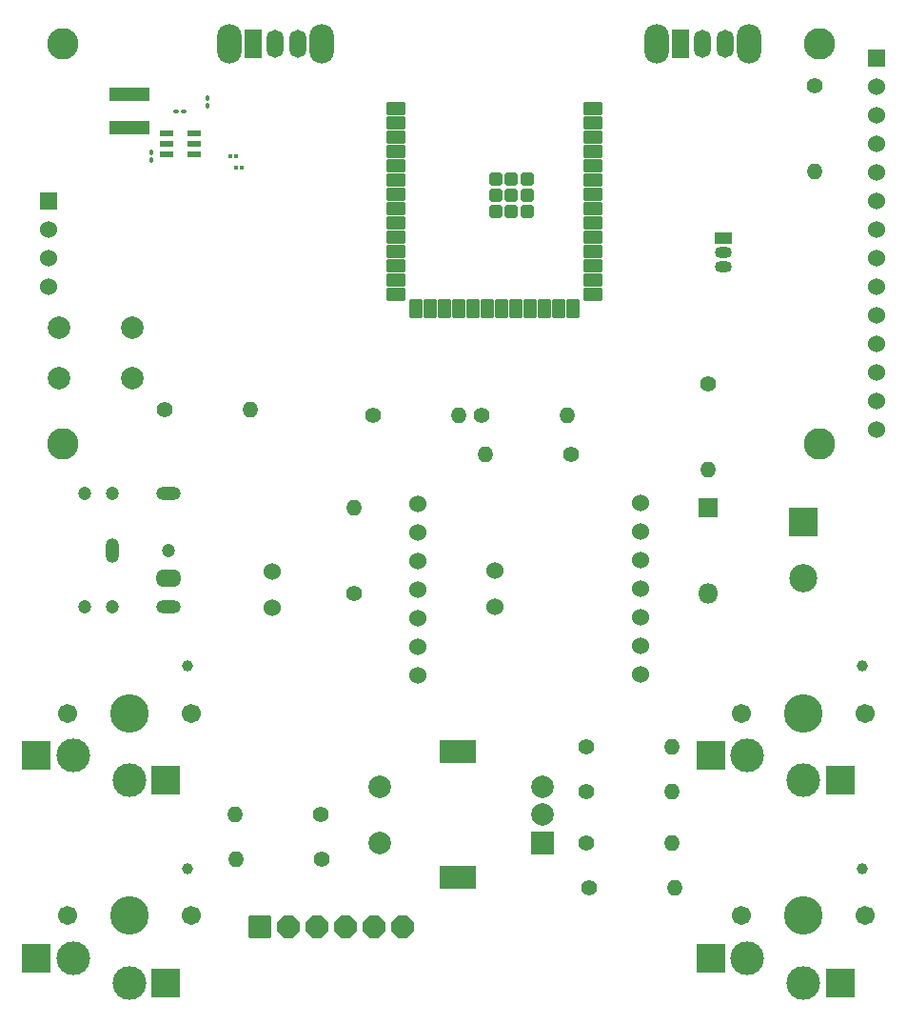
<source format=gbr>
%TF.GenerationSoftware,KiCad,Pcbnew,8.0.6*%
%TF.CreationDate,2025-02-20T10:46:29-07:00*%
%TF.ProjectId,PCB ESP32 S3 Wroom 1 n16r8,50434220-4553-4503-9332-205333205772,rev?*%
%TF.SameCoordinates,Original*%
%TF.FileFunction,Soldermask,Bot*%
%TF.FilePolarity,Negative*%
%FSLAX46Y46*%
G04 Gerber Fmt 4.6, Leading zero omitted, Abs format (unit mm)*
G04 Created by KiCad (PCBNEW 8.0.6) date 2025-02-20 10:46:29*
%MOMM*%
%LPD*%
G01*
G04 APERTURE LIST*
G04 Aperture macros list*
%AMRoundRect*
0 Rectangle with rounded corners*
0 $1 Rounding radius*
0 $2 $3 $4 $5 $6 $7 $8 $9 X,Y pos of 4 corners*
0 Add a 4 corners polygon primitive as box body*
4,1,4,$2,$3,$4,$5,$6,$7,$8,$9,$2,$3,0*
0 Add four circle primitives for the rounded corners*
1,1,$1+$1,$2,$3*
1,1,$1+$1,$4,$5*
1,1,$1+$1,$6,$7*
1,1,$1+$1,$8,$9*
0 Add four rect primitives between the rounded corners*
20,1,$1+$1,$2,$3,$4,$5,0*
20,1,$1+$1,$4,$5,$6,$7,0*
20,1,$1+$1,$6,$7,$8,$9,0*
20,1,$1+$1,$8,$9,$2,$3,0*%
%AMFreePoly0*
4,1,25,0.427955,0.971196,0.440078,0.960842,0.960842,0.440078,0.989349,0.384130,0.990600,0.368236,0.990600,-0.368236,0.971196,-0.427955,0.960842,-0.440078,0.440078,-0.960842,0.384130,-0.989349,0.368236,-0.990600,-0.368236,-0.990600,-0.427955,-0.971196,-0.440078,-0.960842,-0.960842,-0.440078,-0.989349,-0.384130,-0.990600,-0.368236,-0.990600,0.368236,-0.971196,0.427955,-0.960842,0.440078,
-0.440078,0.960842,-0.384130,0.989349,-0.368236,0.990600,0.368236,0.990600,0.427955,0.971196,0.427955,0.971196,$1*%
G04 Aperture macros list end*
%ADD10C,1.701800*%
%ADD11C,3.000000*%
%ADD12C,3.429000*%
%ADD13C,0.990600*%
%ADD14R,2.600000X2.600000*%
%ADD15C,1.200000*%
%ADD16O,2.200000X1.200000*%
%ADD17O,1.200000X2.200000*%
%ADD18O,2.300000X1.600000*%
%ADD19C,1.400000*%
%ADD20O,1.400000X1.400000*%
%ADD21R,2.000000X2.000000*%
%ADD22C,2.000000*%
%ADD23R,3.200000X2.000000*%
%ADD24C,1.524000*%
%ADD25C,2.794000*%
%ADD26R,1.524000X1.524000*%
%ADD27R,1.800000X1.800000*%
%ADD28O,1.800000X1.800000*%
%ADD29R,2.500000X2.500000*%
%ADD30C,2.500000*%
%ADD31RoundRect,0.100000X-0.130000X-0.100000X0.130000X-0.100000X0.130000X0.100000X-0.130000X0.100000X0*%
%ADD32O,2.200000X3.500000*%
%ADD33R,1.500000X2.500000*%
%ADD34O,1.500000X2.500000*%
%ADD35R,3.600000X1.150000*%
%ADD36RoundRect,0.102000X0.750000X0.450000X-0.750000X0.450000X-0.750000X-0.450000X0.750000X-0.450000X0*%
%ADD37RoundRect,0.102000X0.450000X0.750000X-0.450000X0.750000X-0.450000X-0.750000X0.450000X-0.750000X0*%
%ADD38RoundRect,0.102000X0.450000X0.450000X-0.450000X0.450000X-0.450000X-0.450000X0.450000X-0.450000X0*%
%ADD39RoundRect,0.075000X-0.125000X-0.075000X0.125000X-0.075000X0.125000X0.075000X-0.125000X0.075000X0*%
%ADD40RoundRect,0.100000X0.100000X-0.130000X0.100000X0.130000X-0.100000X0.130000X-0.100000X-0.130000X0*%
%ADD41R,1.500000X1.050000*%
%ADD42O,1.500000X1.050000*%
%ADD43R,1.200000X0.600000*%
%ADD44RoundRect,0.075000X0.125000X0.075000X-0.125000X0.075000X-0.125000X-0.075000X0.125000X-0.075000X0*%
%ADD45FreePoly0,0.000000*%
%ADD46RoundRect,0.101600X-0.889000X-0.889000X0.889000X-0.889000X0.889000X0.889000X-0.889000X0.889000X0*%
G04 APERTURE END LIST*
D10*
%TO.C,SW1*%
X63500000Y-106000000D03*
D11*
X64000000Y-109750000D03*
D12*
X69000000Y-106000000D03*
D11*
X69000000Y-111950000D03*
D13*
X74220000Y-101800000D03*
D10*
X74500000Y-106000000D03*
D14*
X72275000Y-111950000D03*
X60725000Y-109750000D03*
%TD*%
D15*
%TO.C,J1*%
X67500000Y-86500000D03*
X65000000Y-86500000D03*
X72500000Y-91500000D03*
X67500000Y-96500000D03*
X65000000Y-96500000D03*
D16*
X72500000Y-86500000D03*
D17*
X67500000Y-91500000D03*
D16*
X72500000Y-96500000D03*
D18*
X72500000Y-94000000D03*
%TD*%
D19*
%TO.C,R4*%
X109690000Y-109000000D03*
D20*
X117310000Y-109000000D03*
%TD*%
D19*
%TO.C,R1*%
X109690000Y-113000000D03*
D20*
X117310000Y-113000000D03*
%TD*%
D10*
%TO.C,SW2*%
X63500000Y-124000000D03*
D11*
X64000000Y-127750000D03*
D12*
X69000000Y-124000000D03*
D11*
X69000000Y-129950000D03*
D13*
X74220000Y-119800000D03*
D10*
X74500000Y-124000000D03*
D14*
X72275000Y-129950000D03*
X60725000Y-127750000D03*
%TD*%
D21*
%TO.C,Primary Rotary Encoder1*%
X105750000Y-117500000D03*
D22*
X105750000Y-112500000D03*
X105750000Y-115000000D03*
D23*
X98250000Y-120600000D03*
X98250000Y-109400000D03*
D22*
X91250000Y-112500000D03*
X91250000Y-117500000D03*
%TD*%
D24*
%TO.C,L_SPKR1*%
X101500000Y-93325000D03*
X101500000Y-96500000D03*
X114454000Y-99992500D03*
X114454000Y-97452500D03*
X114454000Y-94912500D03*
X114454000Y-89832500D03*
X114454000Y-102532500D03*
X114454000Y-92372500D03*
X114454000Y-87292500D03*
%TD*%
D19*
%TO.C,R2*%
X109690000Y-117500000D03*
D20*
X117310000Y-117500000D03*
%TD*%
D10*
%TO.C,SW5*%
X123500000Y-124000000D03*
D11*
X124000000Y-127750000D03*
D12*
X129000000Y-124000000D03*
D11*
X129000000Y-129950000D03*
D13*
X134220000Y-119800000D03*
D10*
X134500000Y-124000000D03*
D14*
X132275000Y-129950000D03*
X120725000Y-127750000D03*
%TD*%
D19*
%TO.C,R3*%
X86000000Y-115000000D03*
D20*
X78380000Y-115000000D03*
%TD*%
D24*
%TO.C,RSPKR1*%
X81758500Y-93412500D03*
X81758500Y-96587500D03*
X94712500Y-100080000D03*
X94712500Y-97540000D03*
X94712500Y-95000000D03*
X94712500Y-89920000D03*
X94712500Y-102620000D03*
X94712500Y-92460000D03*
X94712500Y-87380000D03*
%TD*%
D25*
%TO.C,Screen&SDCardReader1*%
X130420000Y-82090000D03*
X130420000Y-46530000D03*
X63110000Y-82090000D03*
X63110000Y-46530000D03*
D24*
X135500000Y-52880000D03*
X135500000Y-57960000D03*
X135500000Y-50340000D03*
X135500000Y-65580000D03*
X135500000Y-55420000D03*
X135500000Y-63040000D03*
X135500000Y-60500000D03*
X135500000Y-68120000D03*
D26*
X61840000Y-60500000D03*
D24*
X61840000Y-65580000D03*
X61840000Y-63040000D03*
X61840000Y-68120000D03*
X135500000Y-70660000D03*
X135500000Y-73200000D03*
X135500000Y-75740000D03*
X135500000Y-78280000D03*
X135500000Y-80820000D03*
D26*
X135500000Y-47800000D03*
%TD*%
D10*
%TO.C,SW3*%
X123500000Y-106000000D03*
D11*
X124000000Y-109750000D03*
D12*
X129000000Y-106000000D03*
D11*
X129000000Y-111950000D03*
D13*
X134220000Y-101800000D03*
D10*
X134500000Y-106000000D03*
D14*
X132275000Y-111950000D03*
X120725000Y-109750000D03*
%TD*%
D19*
%TO.C,R6*%
X86120000Y-119000000D03*
D20*
X78500000Y-119000000D03*
%TD*%
D27*
%TO.C,D1*%
X120500000Y-87690000D03*
D28*
X120500000Y-95310000D03*
%TD*%
D29*
%TO.C,M1*%
X129000000Y-89000000D03*
D30*
X129000000Y-94000000D03*
%TD*%
D19*
%TO.C,R5*%
X109880000Y-121500000D03*
D20*
X117500000Y-121500000D03*
%TD*%
D19*
%TO.C,R12*%
X90690000Y-79500000D03*
D20*
X98310000Y-79500000D03*
%TD*%
D31*
%TO.C,C1*%
X73180000Y-52500000D03*
X73820000Y-52500000D03*
%TD*%
D32*
%TO.C,SW6*%
X115900000Y-46500000D03*
X124100000Y-46500000D03*
D33*
X118000000Y-46500000D03*
D34*
X120000000Y-46500000D03*
X122000000Y-46500000D03*
%TD*%
D19*
%TO.C,R13*%
X130000000Y-50190000D03*
D20*
X130000000Y-57810000D03*
%TD*%
D19*
%TO.C,R8*%
X72190000Y-79000000D03*
D20*
X79810000Y-79000000D03*
%TD*%
D35*
%TO.C,L1*%
X69000000Y-51025000D03*
X69000000Y-53975000D03*
%TD*%
D36*
%TO.C,X1*%
X110250000Y-52240000D03*
X110250000Y-53510000D03*
X110250000Y-54780000D03*
X110250000Y-56050000D03*
X110250000Y-57320000D03*
X110250000Y-58590000D03*
X110250000Y-59860000D03*
X110250000Y-61130000D03*
X110250000Y-62400000D03*
X110250000Y-63670000D03*
X110250000Y-64940000D03*
X110250000Y-66210000D03*
X110250000Y-67480000D03*
X110250000Y-68750000D03*
D37*
X108485000Y-70000000D03*
X107215000Y-70000000D03*
X105945000Y-70000000D03*
X104675000Y-70000000D03*
X103405000Y-70000000D03*
X102135000Y-70000000D03*
X100865000Y-70000000D03*
X99595000Y-70000000D03*
X98325000Y-70000000D03*
X97055000Y-70000000D03*
X95785000Y-70000000D03*
X94515000Y-70000000D03*
D36*
X92750000Y-68750000D03*
X92750000Y-67480000D03*
X92750000Y-66210000D03*
X92750000Y-64940000D03*
X92750000Y-63670000D03*
X92750000Y-62400000D03*
X92750000Y-61130000D03*
X92750000Y-59860000D03*
X92750000Y-58590000D03*
X92750000Y-57320000D03*
X92750000Y-56050000D03*
X92750000Y-54780000D03*
X92750000Y-53510000D03*
X92750000Y-52240000D03*
D38*
X103000000Y-59960000D03*
X103000000Y-58560000D03*
X104400000Y-58560000D03*
X104400000Y-59960000D03*
X104400000Y-61360000D03*
X103000000Y-61360000D03*
X101600000Y-61360000D03*
X101600000Y-59960000D03*
X101600000Y-58560000D03*
%TD*%
D32*
%TO.C,SW4*%
X77900000Y-46500000D03*
X86100000Y-46500000D03*
D33*
X80000000Y-46500000D03*
D34*
X82000000Y-46500000D03*
X84000000Y-46500000D03*
%TD*%
D19*
%TO.C,R11*%
X89000000Y-95310000D03*
D20*
X89000000Y-87690000D03*
%TD*%
D39*
%TO.C,R14*%
X78500000Y-57500000D03*
X79000000Y-57500000D03*
%TD*%
D22*
%TO.C,SW7*%
X69250000Y-71750000D03*
X62750000Y-71750000D03*
X69250000Y-76250000D03*
X62750000Y-76250000D03*
%TD*%
D40*
%TO.C,C3*%
X76000000Y-52000000D03*
X76000000Y-51360000D03*
%TD*%
D41*
%TO.C,Q1*%
X121860000Y-63730000D03*
D42*
X121860000Y-65000000D03*
X121860000Y-66270000D03*
%TD*%
D19*
%TO.C,R9*%
X100380000Y-79500000D03*
D20*
X108000000Y-79500000D03*
%TD*%
D40*
%TO.C,C2*%
X71000000Y-56820000D03*
X71000000Y-56180000D03*
%TD*%
D43*
%TO.C,U1*%
X74783000Y-54422000D03*
X74783000Y-55372000D03*
X74783000Y-56322000D03*
X72283000Y-56322000D03*
X72283000Y-55372000D03*
X72283000Y-54422000D03*
%TD*%
D19*
%TO.C,R7*%
X120500000Y-76690000D03*
D20*
X120500000Y-84310000D03*
%TD*%
D44*
%TO.C,R15*%
X78500000Y-56500000D03*
X78000000Y-56500000D03*
%TD*%
D19*
%TO.C,R10*%
X108310000Y-83000000D03*
D20*
X100690000Y-83000000D03*
%TD*%
D45*
%TO.C,1*%
X85730000Y-124960000D03*
X83190000Y-124960000D03*
D46*
X80650000Y-124960000D03*
D45*
X93350000Y-124960000D03*
X90810000Y-124960000D03*
X88270000Y-124960000D03*
%TD*%
M02*

</source>
